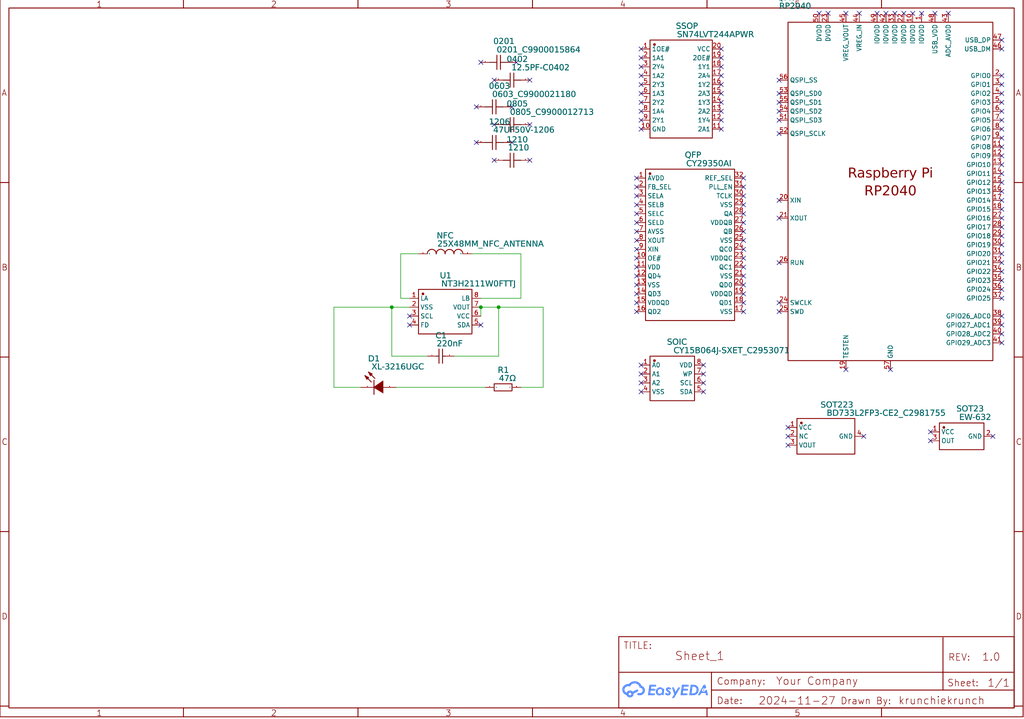
<source format=kicad_sch>
(kicad_sch (version 20250114) (generator "eeschema") (generator_version "9.0")
  (paper "User" 292.1 205.105)
  (lib_symbols
    (symbol "0201_C9900015864"
      (property "Reference" "0201" (at -1.4986 6.8453 0))
      (property "Value" "0201_C9900015864" (at -1.4986 4.4831 0))
      (symbol "0201_C9900015864_0_0"
        (pin unspecified line (at -5.08 0 0) (length 2.54) (name "1") (number "1"))
        (pin unspecified line (at 5.08 0 180) (length 2.54) (name "2") (number "2"))
      )
    )
    (symbol "0603_C9900021180"
      (property "Reference" "0603" (at -1.4986 6.7691 0))
      (property "Value" "0603_C9900021180" (at -1.4986 4.4831 0))
      (symbol "0603_C9900021180_0_0"
        (pin unspecified line (at -5.08 0 0) (length 2.54) (name "1") (number "1"))
        (pin unspecified line (at 5.08 0 180) (length 2.54) (name "2") (number "2"))
      )
    )
    (symbol "0805_C9900012713"
      (property "Reference" "0805" (at -1.4986 6.7945 0))
      (property "Value" "0805_C9900012713" (at -1.4986 4.4831 0))
      (symbol "0805_C9900012713_0_0"
        (pin unspecified line (at -5.08 0 0) (length 2.54) (name "2") (number "2"))
        (pin unspecified line (at 5.08 0 180) (length 2.54) (name "1") (number "1"))
      )
    )
    (symbol "12.5PF-C0402"
      (property "Reference" "0402" (at -1.4986 6.7945 0))
      (property "Value" "12.5PF-C0402" (at -1.4986 4.4831 0))
      (symbol "12.5PF-C0402_0_0"
        (pin unspecified line (at -5.08 0 0) (length 2.54) (name "2") (number "2"))
        (pin unspecified line (at 5.08 0 180) (length 2.54) (name "1") (number "1"))
      )
    )
    (symbol "1210"
      (property "Reference" "1210" (at -1.4986 6.7183 0))
      (property "Value" "1210" (at -1.4986 4.4831 0))
      (symbol "1210_0_0"
        (pin unspecified line (at -5.08 0 0) (length 2.54) (name "1") (number "1"))
        (pin unspecified line (at 5.08 0 180) (length 2.54) (name "2") (number "2"))
      )
    )
    (symbol "25X48MM_NFC_ANTENNA"
      (property "Reference" "NFC" (at -2.413 5.4991 0))
      (property "Value" "25X48MM_NFC_ANTENNA" (at -2.413 3.2131 0))
      (symbol "25X48MM_NFC_ANTENNA_0_0"
        (pin bidirectional line (at -7.62 -0.508 0) (length 2.4892) (name "P$1") (number "P$1"))
        (pin bidirectional line (at 7.62 -0.508 180) (length 2.4892) (name "P$2") (number "P$2"))
      )
    )
    (symbol "47UF50V-1206"
      (property "Reference" "1206" (at -1.4986 6.7183 0))
      (property "Value" "47UF50V-1206" (at -1.4986 4.4831 0))
      (symbol "47UF50V-1206_0_0"
        (pin unspecified line (at -5.08 0 0) (length 2.54) (name "1") (number "1"))
        (pin unspecified line (at 5.08 0 180) (length 2.54) (name "2") (number "2"))
      )
    )
    (symbol "BD733L2FP3-CE2_C2981755"
      (property "Reference" "SOT223" (at -2.1336 9.8171 0))
      (property "Value" "BD733L2FP3-CE2_C2981755" (at -2.1336 7.5311 0))
      (symbol "BD733L2FP3-CE2_C2981755_0_0"
        (pin unspecified line (at -11.43 2.54 0) (length 2.54) (name "VCC") (number "1"))
        (pin unspecified line (at -11.43 0 0) (length 2.54) (name "NC") (number "2"))
        (pin unspecified line (at -11.43 -2.54 0) (length 2.54) (name "VOUT") (number "3"))
        (pin unspecified line (at 10.16 0 180) (length 2.54) (name "GND") (number "4"))
      )
    )
    (symbol "CC1206KKX7R9BB224"
      (property "Reference" "C1" (at -1.4986 6.7183 0))
      (property "Value" "220nF" (at -1.4986 4.4831 0))
      (symbol "CC1206KKX7R9BB224_0_0"
        (pin input line (at -3.81 0 0) (length 2.54) (name "1") (number "1"))
        (pin input line (at 3.81 0 180) (length 2.54) (name "2") (number "2"))
      )
    )
    (symbol "CY15B064J-SXET_C2953071"
      (property "Reference" "SOIC" (at -1.4986 11.2395 0))
      (property "Value" "CY15B064J-SXET_C2953071" (at -1.4986 8.8773 0))
      (symbol "CY15B064J-SXET_C2953071_0_0"
        (pin unspecified line (at -8.89 3.81 0) (length 2.54) (name "A0") (number "1"))
        (pin unspecified line (at -8.89 1.27 0) (length 2.54) (name "A1") (number "2"))
        (pin unspecified line (at -8.89 -1.27 0) (length 2.54) (name "A2") (number "3"))
        (pin unspecified line (at -8.89 -3.81 0) (length 2.54) (name "VSS") (number "4"))
        (pin unspecified line (at 8.89 3.81 180) (length 2.54) (name "VDD") (number "8"))
        (pin unspecified line (at 8.89 1.27 180) (length 2.54) (name "WP") (number "7"))
        (pin unspecified line (at 8.89 -1.27 180) (length 2.54) (name "SCL") (number "6"))
        (pin unspecified line (at 8.89 -3.81 180) (length 2.54) (name "SDA") (number "5"))
      )
    )
    (symbol "CY29350AI"
      (property "Reference" "QFP" (at -1.4986 26.4795 0))
      (property "Value" "CY29350AI" (at -1.4986 24.1173 0))
      (symbol "CY29350AI_0_0"
        (pin unspecified line (at -15.24 19.05 0) (length 2.54) (name "AVDD") (number "1"))
        (pin unspecified line (at -15.24 16.51 0) (length 2.54) (name "FB_SEL") (number "2"))
        (pin unspecified line (at -15.24 13.97 0) (length 2.54) (name "SELA") (number "3"))
        (pin unspecified line (at -15.24 11.43 0) (length 2.54) (name "SELB") (number "4"))
        (pin unspecified line (at -15.24 8.89 0) (length 2.54) (name "SELC") (number "5"))
        (pin unspecified line (at -15.24 6.35 0) (length 2.54) (name "SELD") (number "6"))
        (pin unspecified line (at -15.24 3.81 0) (length 2.54) (name "AVSS") (number "7"))
        (pin unspecified line (at -15.24 1.27 0) (length 2.54) (name "XOUT") (number "8"))
        (pin unspecified line (at -15.24 -1.27 0) (length 2.54) (name "XIN") (number "9"))
        (pin unspecified line (at -15.24 -3.81 0) (length 2.54) (name "OE#") (number "10"))
        (pin unspecified line (at -15.24 -6.35 0) (length 2.54) (name "VDD") (number "11"))
        (pin unspecified line (at -15.24 -8.89 0) (length 2.54) (name "QD4") (number "12"))
        (pin unspecified line (at -15.24 -11.43 0) (length 2.54) (name "VSS") (number "13"))
        (pin unspecified line (at -15.24 -13.97 0) (length 2.54) (name "QD3") (number "14"))
        (pin unspecified line (at -15.24 -16.51 0) (length 2.54) (name "VDDQD") (number "15"))
        (pin unspecified line (at -15.24 -19.05 0) (length 2.54) (name "QD2") (number "16"))
        (pin unspecified line (at 15.24 19.05 180) (length 2.54) (name "REF_SEL") (number "32"))
        (pin unspecified line (at 15.24 16.51 180) (length 2.54) (name "PLL_EN") (number "31"))
        (pin unspecified line (at 15.24 13.97 180) (length 2.54) (name "TCLK") (number "30"))
        (pin unspecified line (at 15.24 11.43 180) (length 2.54) (name "VSS") (number "29"))
        (pin unspecified line (at 15.24 8.89 180) (length 2.54) (name "QA") (number "28"))
        (pin unspecified line (at 15.24 6.35 180) (length 2.54) (name "VDDQB") (number "27"))
        (pin unspecified line (at 15.24 3.81 180) (length 2.54) (name "QB") (number "26"))
        (pin unspecified line (at 15.24 1.27 180) (length 2.54) (name "VSS") (number "25"))
        (pin unspecified line (at 15.24 -1.27 180) (length 2.54) (name "QC0") (number "24"))
        (pin unspecified line (at 15.24 -3.81 180) (length 2.54) (name "VDDQC") (number "23"))
        (pin unspecified line (at 15.24 -6.35 180) (length 2.54) (name "QC1") (number "22"))
        (pin unspecified line (at 15.24 -8.89 180) (length 2.54) (name "VSS") (number "21"))
        (pin unspecified line (at 15.24 -11.43 180) (length 2.54) (name "QD0") (number "20"))
        (pin unspecified line (at 15.24 -13.97 180) (length 2.54) (name "VDDQD") (number "19"))
        (pin unspecified line (at 15.24 -16.51 180) (length 2.54) (name "QD1") (number "18"))
        (pin unspecified line (at 15.24 -19.05 180) (length 2.54) (name "VSS") (number "17"))
      )
    )
    (symbol "EW-632"
      (property "Reference" "SOT23" (at -1.4986 8.6995 0))
      (property "Value" "EW-632" (at -1.4986 6.3373 0))
      (symbol "EW-632_0_0"
        (pin unspecified line (at -8.89 1.27 0) (length 2.54) (name "VCC") (number "1"))
        (pin unspecified line (at -8.89 -1.27 0) (length 2.54) (name "OUT") (number "3"))
        (pin unspecified line (at 8.89 0 180) (length 2.54) (name "GND") (number "2"))
      )
    )
    (symbol "NT3H2111W0FTTJ"
      (property "Reference" "U1" (at -1.4986 11.1125 0))
      (property "Value" "NT3H2111W0FTTJ" (at -1.4986 8.8519 0))
      (symbol "NT3H2111W0FTTJ_0_0"
        (pin unspecified line (at -10.16 3.81 0) (length 2.54) (name "LA") (number "1"))
        (pin unspecified line (at -10.16 1.27 0) (length 2.54) (name "VSS") (number "2"))
        (pin unspecified line (at -10.16 -1.27 0) (length 2.54) (name "SCL") (number "3"))
        (pin unspecified line (at -10.16 -3.81 0) (length 2.54) (name "FD") (number "4"))
        (pin unspecified line (at 10.16 3.81 180) (length 2.54) (name "LB") (number "8"))
        (pin unspecified line (at 10.16 1.27 180) (length 2.54) (name "VOUT") (number "7"))
        (pin unspecified line (at 10.16 -1.27 180) (length 2.54) (name "VCC") (number "6"))
        (pin unspecified line (at 10.16 -3.81 180) (length 2.54) (name "SDA") (number "5"))
      )
    )
    (symbol "RP2040"
      (property "Reference" "QFN" (at -32.258 58.6613 0))
      (property "Value" "RP2040" (at -32.258 56.2991 0))
      (symbol "RP2040_0_0"
        (text "Raspberry Pi" (at 0 9.2849 0) (effects (font (size 2.7749 2.7749)) (justify top)))
        (text "RP2040" (at 0 4.2049 0) (effects (font (size 2.7749 2.7749)) (justify top)))
        (pin bidirectional line (at -31.75 34.29 0) (length 2.54) (name "QSPI_SS") (number "56"))
        (pin bidirectional line (at -31.75 30.48 0) (length 2.54) (name "QSPI_SD0") (number "53"))
        (pin bidirectional line (at -31.75 27.94 0) (length 2.54) (name "QSPI_SD1") (number "55"))
        (pin bidirectional line (at -31.75 25.4 0) (length 2.54) (name "QSPI_SD2") (number "54"))
        (pin bidirectional line (at -31.75 22.86 0) (length 2.54) (name "QSPI_SD3") (number "51"))
        (pin output line (at -31.75 19.05 0) (length 2.54) (name "QSPI_SCLK") (number "52"))
        (pin input line (at -31.75 0 0) (length 2.54) (name "XIN") (number "20"))
        (pin unspecified line (at -31.75 -5.08 0) (length 2.54) (name "XOUT") (number "21"))
        (pin input line (at -31.75 -17.78 0) (length 2.54) (name "RUN") (number "26"))
        (pin output line (at -31.75 -29.21 0) (length 2.54) (name "SWCLK") (number "24"))
        (pin bidirectional line (at -31.75 -31.75 0) (length 2.54) (name "SWD") (number "25"))
        (pin bidirectional line (at -20.32 53.34 270) (length 2.54) (name "DVDD") (number "50"))
        (pin bidirectional line (at -17.78 53.34 270) (length 2.54) (name "DVDD") (number "23"))
        (pin bidirectional line (at -12.7 53.34 270) (length 2.54) (name "VREG_VOUT") (number "45"))
        (pin unspecified line (at -12.7 -48.26 90) (length 2.54) (name "TESTEN") (number "19"))
        (pin bidirectional line (at -8.89 53.34 270) (length 2.54) (name "VREG_IN") (number "44"))
        (pin bidirectional line (at -3.81 53.34 270) (length 2.54) (name "IOVDD") (number "49"))
        (pin bidirectional line (at -1.27 53.34 270) (length 2.54) (name "IOVDD") (number "42"))
        (pin bidirectional line (at 0 -48.26 90) (length 2.54) (name "GND") (number "57"))
        (pin bidirectional line (at 1.27 53.34 270) (length 2.54) (name "IOVDD") (number "33"))
        (pin bidirectional line (at 3.81 53.34 270) (length 2.54) (name "IOVDD") (number "22"))
        (pin bidirectional line (at 6.35 53.34 270) (length 2.54) (name "IOVDD") (number "10"))
        (pin bidirectional line (at 8.89 53.34 270) (length 2.54) (name "IOVDD") (number "1"))
        (pin bidirectional line (at 12.7 53.34 270) (length 2.54) (name "USB_VDD") (number "48"))
        (pin bidirectional line (at 16.51 53.34 270) (length 2.54) (name "ADC_AVDD") (number "43"))
        (pin bidirectional line (at 31.75 45.72 180) (length 2.54) (name "USB_DP") (number "47"))
        (pin bidirectional line (at 31.75 43.18 180) (length 2.54) (name "USB_DM") (number "46"))
        (pin bidirectional line (at 31.75 35.56 180) (length 2.54) (name "GPIO0") (number "2"))
        (pin bidirectional line (at 31.75 33.02 180) (length 2.54) (name "GPIO1") (number "3"))
        (pin bidirectional line (at 31.75 30.48 180) (length 2.54) (name "GPIO2") (number "4"))
        (pin bidirectional line (at 31.75 27.94 180) (length 2.54) (name "GPIO3") (number "5"))
        (pin bidirectional line (at 31.75 25.4 180) (length 2.54) (name "GPIO4") (number "6"))
        (pin bidirectional line (at 31.75 22.86 180) (length 2.54) (name "GPIO5") (number "7"))
        (pin bidirectional line (at 31.75 20.32 180) (length 2.54) (name "GPIO6") (number "8"))
        (pin bidirectional line (at 31.75 17.78 180) (length 2.54) (name "GPIO7") (number "9"))
        (pin bidirectional line (at 31.75 15.24 180) (length 2.54) (name "GPIO8") (number "11"))
        (pin bidirectional line (at 31.75 12.7 180) (length 2.54) (name "GPIO9") (number "12"))
        (pin bidirectional line (at 31.75 10.16 180) (length 2.54) (name "GPIO10") (number "13"))
        (pin bidirectional line (at 31.75 7.62 180) (length 2.54) (name "GPIO11") (number "14"))
        (pin bidirectional line (at 31.75 5.08 180) (length 2.54) (name "GPIO12") (number "15"))
        (pin bidirectional line (at 31.75 2.54 180) (length 2.54) (name "GPIO13") (number "16"))
        (pin bidirectional line (at 31.75 0 180) (length 2.54) (name "GPIO14") (number "17"))
        (pin bidirectional line (at 31.75 -2.54 180) (length 2.54) (name "GPIO15") (number "18"))
        (pin bidirectional line (at 31.75 -5.08 180) (length 2.54) (name "GPIO16") (number "27"))
        (pin bidirectional line (at 31.75 -7.62 180) (length 2.54) (name "GPIO17") (number "28"))
        (pin bidirectional line (at 31.75 -10.16 180) (length 2.54) (name "GPIO18") (number "29"))
        (pin bidirectional line (at 31.75 -12.7 180) (length 2.54) (name "GPIO19") (number "30"))
        (pin bidirectional line (at 31.75 -15.24 180) (length 2.54) (name "GPIO20") (number "31"))
        (pin bidirectional line (at 31.75 -17.78 180) (length 2.54) (name "GPIO21") (number "32"))
        (pin bidirectional line (at 31.75 -20.32 180) (length 2.54) (name "GPIO22") (number "34"))
        (pin bidirectional line (at 31.75 -22.86 180) (length 2.54) (name "GPIO23") (number "35"))
        (pin bidirectional line (at 31.75 -25.4 180) (length 2.54) (name "GPIO24") (number "36"))
        (pin bidirectional line (at 31.75 -27.94 180) (length 2.54) (name "GPIO25") (number "37"))
        (pin bidirectional line (at 31.75 -33.02 180) (length 2.54) (name "GPIO26_ADC0") (number "38"))
        (pin bidirectional line (at 31.75 -35.56 180) (length 2.54) (name "GPIO27_ADC1") (number "39"))
        (pin bidirectional line (at 31.75 -38.1 180) (length 2.54) (name "GPIO28_ADC2") (number "40"))
        (pin bidirectional line (at 31.75 -40.64 180) (length 2.54) (name "GPIO29_ADC3") (number "41"))
      )
    )
    (symbol "RS-06K470JT"
      (property "Reference" "R1" (at -1.4986 5.7531 0))
      (property "Value" "47Ω" (at -1.4986 3.4671 0))
      (symbol "RS-06K470JT_0_0"
        (pin input line (at -5.08 0 0) (length 2.54) (name "1") (number "1"))
        (pin input line (at 5.08 0 180) (length 2.54) (name "2") (number "2"))
      )
    )
    (symbol "SN74LVT244APWR"
      (property "Reference" "SSOP" (at -1.4986 18.8087 0))
      (property "Value" "SN74LVT244APWR" (at -1.4986 16.4719 0))
      (symbol "SN74LVT244APWR_0_0"
        (pin unspecified line (at -11.43 11.43 0) (length 2.54) (name "1OE#") (number "1"))
        (pin unspecified line (at -11.43 8.89 0) (length 2.54) (name "1A1") (number "2"))
        (pin unspecified line (at -11.43 6.35 0) (length 2.54) (name "2Y4") (number "3"))
        (pin unspecified line (at -11.43 3.81 0) (length 2.54) (name "1A2") (number "4"))
        (pin unspecified line (at -11.43 1.27 0) (length 2.54) (name "2Y3") (number "5"))
        (pin unspecified line (at -11.43 -1.27 0) (length 2.54) (name "1A3") (number "6"))
        (pin unspecified line (at -11.43 -3.81 0) (length 2.54) (name "2Y2") (number "7"))
        (pin unspecified line (at -11.43 -6.35 0) (length 2.54) (name "1A4") (number "8"))
        (pin unspecified line (at -11.43 -8.89 0) (length 2.54) (name "2Y1") (number "9"))
        (pin unspecified line (at -11.43 -11.43 0) (length 2.54) (name "GND") (number "10"))
        (pin unspecified line (at 11.43 11.43 180) (length 2.54) (name "VCC") (number "20"))
        (pin unspecified line (at 11.43 8.89 180) (length 2.54) (name "2OE#") (number "19"))
        (pin unspecified line (at 11.43 6.35 180) (length 2.54) (name "1Y1") (number "18"))
        (pin unspecified line (at 11.43 3.81 180) (length 2.54) (name "2A4") (number "17"))
        (pin unspecified line (at 11.43 1.27 180) (length 2.54) (name "1Y2") (number "16"))
        (pin unspecified line (at 11.43 -1.27 180) (length 2.54) (name "2A3") (number "15"))
        (pin unspecified line (at 11.43 -3.81 180) (length 2.54) (name "1Y3") (number "14"))
        (pin unspecified line (at 11.43 -6.35 180) (length 2.54) (name "2A2") (number "13"))
        (pin unspecified line (at 11.43 -8.89 180) (length 2.54) (name "1Y4") (number "12"))
        (pin unspecified line (at 11.43 -11.43 180) (length 2.54) (name "2A1") (number "11"))
      )
    )
    (symbol "Unknown_0_-806"
      (symbol "Unknown_0_-806_0_0"
        (text "A" (at 0.381 -25.7429 0) (effects (font (size 1.6891 1.6891)) (justify left top)))
        (text "B" (at 0.381 -75.5269 0) (effects (font (size 1.6891 1.6891)) (justify left top)))
        (text "C" (at 0.381 -125.3109 0) (effects (font (size 1.6891 1.6891)) (justify left top)))
        (text "D" (at 0.381 -175.0949 0) (effects (font (size 1.6891 1.6891)) (justify left top)))
        (text "1" (at 27.432 -0.4699 0) (effects (font (size 1.6891 1.6891)) (justify left top)))
        (text "1" (at 27.432 -202.6539 0) (effects (font (size 1.6891 1.6891)) (justify left top)))
        (text "2" (at 77.216 -0.4699 0) (effects (font (size 1.6891 1.6891)) (justify left top)))
        (text "2" (at 77.216 -202.6539 0) (effects (font (size 1.6891 1.6891)) (justify left top)))
        (text "3" (at 127 -0.4699 0) (effects (font (size 1.6891 1.6891)) (justify left top)))
        (text "3" (at 127 -202.6539 0) (effects (font (size 1.6891 1.6891)) (justify left top)))
        (text "4" (at 176.784 -0.4699 0) (effects (font (size 1.6891 1.6891)) (justify left top)))
        (text "4" (at 176.784 -202.6539 0) (effects (font (size 1.6891 1.6891)) (justify left top)))
        (text "TITLE:" (at 177.7746 -183.2356 0) (effects (font (size 1.9304 1.9304)) (justify left top)))
        (text "Sheet_1" (at 192.4304 -185.928 0) (effects (font (size 2.413 2.413)) (justify left top)))
        (text "Company:" (at 204.3684 -193.4464 0) (effects (font (size 1.9304 1.9304)) (justify left top)))
        (text "Date:" (at 204.3684 -198.9836 0) (effects (font (size 1.9304 1.9304)) (justify left top)))
        (text "2024-11-27" (at 216.3064 -198.8439 0) (effects (font (size 2.1717 2.1717)) (justify left top)))
        (text "Your Company" (at 221.2848 -193.2305 0) (effects (font (size 2.1717 2.1717)) (justify left top)))
        (text "5" (at 226.568 -0.4699 0) (effects (font (size 1.6891 1.6891)) (justify left top)))
        (text "5" (at 226.568 -202.6539 0) (effects (font (size 1.6891 1.6891)) (justify left top)))
        (text "Drawn By:" (at 239.6744 -199.0344 0) (effects (font (size 1.9304 1.9304)) (justify left top)))
        (text "krunchiekrunch" (at 256.1844 -198.7931 0) (effects (font (size 2.1717 2.1717)) (justify left top)))
        (text "Sheet:" (at 270.1544 -193.9036 0) (effects (font (size 1.9304 1.9304)) (justify left top)))
        (text "REV:" (at 270.4084 -186.5884 0) (effects (font (size 1.9304 1.9304)) (justify left top)))
        (text "1.0" (at 280.0604 -186.3471 0) (effects (font (size 2.1717 2.1717)) (justify left top)))
        (text "1/1" (at 281.5844 -193.7639 0) (effects (font (size 2.1717 2.1717)) (justify left top)))
        (text "A" (at 289.687 -25.7429 0) (effects (font (size 1.6891 1.6891)) (justify left top)))
        (text "B" (at 289.687 -75.5269 0) (effects (font (size 1.6891 1.6891)) (justify left top)))
        (text "C" (at 289.687 -125.3109 0) (effects (font (size 1.6891 1.6891)) (justify left top)))
        (text "D" (at 289.687 -175.0949 0) (effects (font (size 1.6891 1.6891)) (justify left top)))
      )
    )
    (symbol "XL-3216UGC"
      (property "Reference" "D1" (at -2.9464 9.0043 0))
      (property "Value" "XL-3216UGC" (at -2.9464 6.7691 0))
      (symbol "XL-3216UGC_0_0"
        (pin unspecified line (at -5.08 0 0) (length 3.81) (name "K") (number "2"))
        (pin unspecified line (at 5.08 0 180) (length 3.81) (name "A") (number "1"))
      )
    )
  )
  (junction (at 142.24 87.63))
  (junction (at 111.76 87.63))
  (junction (at 137.16 87.63))
  (no_connect (at 285.75 90.17))
  (no_connect (at 182.88 24.13))
  (no_connect (at 182.88 26.67))
  (no_connect (at 200.66 106.68))
  (no_connect (at 140.97 35.56))
  (no_connect (at 224.79 124.46))
  (no_connect (at 205.74 24.13))
  (no_connect (at 254 105.41))
  (no_connect (at 182.88 16.51))
  (no_connect (at 285.75 34.29))
  (no_connect (at 285.75 97.79))
  (no_connect (at 151.13 22.86))
  (no_connect (at 266.7 3.81))
  (no_connect (at 181.61 68.58))
  (no_connect (at 285.75 80.01))
  (no_connect (at 181.61 58.42))
  (no_connect (at 181.61 63.5))
  (no_connect (at 137.16 17.78))
  (no_connect (at 181.61 88.9))
  (no_connect (at 222.25 88.9))
  (no_connect (at 182.88 29.21))
  (no_connect (at 285.75 13.97))
  (no_connect (at 181.61 81.28))
  (no_connect (at 212.09 86.36))
  (no_connect (at 285.75 92.71))
  (no_connect (at 205.74 21.59))
  (no_connect (at 181.61 73.66))
  (no_connect (at 285.75 72.39))
  (no_connect (at 285.75 11.43))
  (no_connect (at 181.61 50.8))
  (no_connect (at 285.75 54.61))
  (no_connect (at 181.61 83.82))
  (no_connect (at 222.25 57.15))
  (no_connect (at 285.75 57.15))
  (no_connect (at 146.05 40.64))
  (no_connect (at 116.84 92.71))
  (no_connect (at 250.19 3.81))
  (no_connect (at 222.25 26.67))
  (no_connect (at 285.75 67.31))
  (no_connect (at 222.25 74.93))
  (no_connect (at 212.09 50.8))
  (no_connect (at 260.35 3.81))
  (no_connect (at 200.66 109.22))
  (no_connect (at 285.75 21.59))
  (no_connect (at 285.75 31.75))
  (no_connect (at 181.61 71.12))
  (no_connect (at 222.25 29.21))
  (no_connect (at 212.09 73.66))
  (no_connect (at 212.09 71.12))
  (no_connect (at 222.25 86.36))
  (no_connect (at 182.88 19.05))
  (no_connect (at 285.75 74.93))
  (no_connect (at 212.09 55.88))
  (no_connect (at 212.09 58.42))
  (no_connect (at 212.09 63.5))
  (no_connect (at 181.61 86.36))
  (no_connect (at 182.88 31.75))
  (no_connect (at 135.89 40.64))
  (no_connect (at 205.74 36.83))
  (no_connect (at 151.13 45.72))
  (no_connect (at 182.88 106.68))
  (no_connect (at 283.21 124.46))
  (no_connect (at 246.38 124.46))
  (no_connect (at 212.09 88.9))
  (no_connect (at 222.25 34.29))
  (no_connect (at 147.32 17.78))
  (no_connect (at 146.05 30.48))
  (no_connect (at 285.75 95.25))
  (no_connect (at 182.88 36.83))
  (no_connect (at 181.61 53.34))
  (no_connect (at 212.09 53.34))
  (no_connect (at 245.11 3.81))
  (no_connect (at 205.74 29.21))
  (no_connect (at 285.75 52.07))
  (no_connect (at 182.88 21.59))
  (no_connect (at 182.88 104.14))
  (no_connect (at 285.75 24.13))
  (no_connect (at 255.27 3.81))
  (no_connect (at 212.09 66.04))
  (no_connect (at 285.75 44.45))
  (no_connect (at 140.97 22.86))
  (no_connect (at 205.74 31.75))
  (no_connect (at 212.09 78.74))
  (no_connect (at 205.74 13.97))
  (no_connect (at 181.61 55.88))
  (no_connect (at 212.09 81.28))
  (no_connect (at 205.74 19.05))
  (no_connect (at 182.88 13.97))
  (no_connect (at 200.66 104.14))
  (no_connect (at 222.25 62.23))
  (no_connect (at 285.75 49.53))
  (no_connect (at 222.25 22.86))
  (no_connect (at 181.61 78.74))
  (no_connect (at 140.97 45.72))
  (no_connect (at 236.22 3.81))
  (no_connect (at 181.61 66.04))
  (no_connect (at 270.51 3.81))
  (no_connect (at 205.74 16.51))
  (no_connect (at 224.79 121.92))
  (no_connect (at 285.75 41.91))
  (no_connect (at 285.75 69.85))
  (no_connect (at 265.43 125.73))
  (no_connect (at 212.09 60.96))
  (no_connect (at 285.75 62.23))
  (no_connect (at 205.74 26.67))
  (no_connect (at 135.89 30.48))
  (no_connect (at 257.81 3.81))
  (no_connect (at 285.75 26.67))
  (no_connect (at 285.75 29.21))
  (no_connect (at 285.75 59.69))
  (no_connect (at 224.79 127))
  (no_connect (at 233.68 3.81))
  (no_connect (at 212.09 83.82))
  (no_connect (at 181.61 76.2))
  (no_connect (at 205.74 34.29))
  (no_connect (at 285.75 64.77))
  (no_connect (at 137.16 92.71))
  (no_connect (at 222.25 31.75))
  (no_connect (at 285.75 46.99))
  (no_connect (at 285.75 39.37))
  (no_connect (at 241.3 3.81))
  (no_connect (at 262.89 3.81))
  (no_connect (at 285.75 36.83))
  (no_connect (at 151.13 35.56))
  (no_connect (at 285.75 82.55))
  (no_connect (at 252.73 3.81))
  (no_connect (at 222.25 38.1))
  (no_connect (at 182.88 111.76))
  (no_connect (at 182.88 109.22))
  (no_connect (at 116.84 90.17))
  (no_connect (at 212.09 68.58))
  (no_connect (at 241.3 105.41))
  (no_connect (at 182.88 34.29))
  (no_connect (at 285.75 85.09))
  (no_connect (at 181.61 60.96))
  (no_connect (at 285.75 77.47))
  (no_connect (at 212.09 76.2))
  (no_connect (at 265.43 123.19))
  (no_connect (at 200.66 111.76))
  (wire (pts (xy 142.24 101.6) (xy 142.24 87.63)))
  (wire (pts (xy 154.94 110.49) (xy 154.94 87.63)))
  (wire (pts (xy 113.03 110.49) (xy 138.43 110.49)))
  (wire (pts (xy 142.24 87.63) (xy 137.16 87.63)))
  (wire (pts (xy 148.59 110.49) (xy 154.94 110.49)))
  (wire (pts (xy 154.94 87.63) (xy 142.24 87.63)))
  (wire (pts (xy 95.25 87.63) (xy 95.25 110.49)))
  (wire (pts (xy 129.54 101.6) (xy 142.24 101.6)))
  (wire (pts (xy 134.62 72.39) (xy 148.59 72.39)))
  (wire (pts (xy 114.3 72.39) (xy 119.38 72.39)))
  (wire (pts (xy 111.76 101.6) (xy 111.76 87.63)))
  (wire (pts (xy 148.59 85.09) (xy 137.16 85.09)))
  (wire (pts (xy 137.16 87.63) (xy 137.16 90.17)))
  (wire (pts (xy 121.92 101.6) (xy 111.76 101.6)))
  (wire (pts (xy 95.25 110.49) (xy 102.87 110.49)))
  (wire (pts (xy 114.3 85.09) (xy 114.3 72.39)))
  (wire (pts (xy 116.84 87.63) (xy 111.76 87.63)))
  (wire (pts (xy 148.59 72.39) (xy 148.59 85.09)))
  (wire (pts (xy 111.76 87.63) (xy 95.25 87.63)))
  (wire (pts (xy 116.84 85.09) (xy 114.3 85.09)))
  (symbol (lib_id "CC1206KKX7R9BB224") (at 125.73 101.6 0) (unit 0)
    (property "Reference" "C1" (at 124.2314 94.8817 0) (effects (font (size 1.6891 1.6891)) (justify left top)))
    (property "Value" "220nF" (at 124.2314 97.1169 0) (effects (font (size 1.6891 1.6891)) (justify left top)))
    (property "Manufacturer Part" "CC1206KKX7R9BB224" (effects (hide yes)))
    (property "Manufacturer" "YAGEO(国巨)" (effects (hide yes)))
    (property "Supplier Part" "C107186" (effects (hide yes)))
    (property "Supplier" "LCSC" (effects (hide yes)))
  )
  (symbol (lib_id "RS-06K470JT") (at 143.51 110.49 0) (unit 0)
    (property "Reference" "R1" (at 142.0114 104.7369 0) (effects (font (size 1.6891 1.6891)) (justify left top)))
    (property "Value" "47Ω" (at 142.0114 107.0229 0) (effects (font (size 1.6891 1.6891)) (justify left top)))
    (property "Manufacturer Part" "RS-06K470JT" (effects (hide yes)))
    (property "Manufacturer" "FH(风华)" (effects (hide yes)))
    (property "Supplier Part" "C140015" (effects (hide yes)))
    (property "Supplier" "LCSC" (effects (hide yes)))
  )
  (symbol (lib_id "0805_C9900012713") (at 146.05 35.56 0) (unit 0)
    (property "Reference" "0805" (at 144.5514 28.7655 0) (effects (font (size 1.6891 1.6891)) (justify left top)))
    (property "Value" "0805_C9900012713" (at 144.5514 31.0769 0) (effects (font (size 1.6891 1.6891)) (justify left top)))
    (property "Manufacturer Part" "0805" (effects (hide yes)))
    (property "Manufacturer" "null" (effects (hide yes)))
    (property "Supplier Part" "C9900012713" (effects (hide yes)))
    (property "Supplier" "LCSC" (effects (hide yes)))
  )
  (symbol (lib_id "1210") (at 146.05 45.72 0) (unit 0)
    (property "Reference" "1210" (at 144.5514 39.0017 0) (effects (font (size 1.6891 1.6891)) (justify left top)))
    (property "Value" "1210" (at 144.5514 41.2369 0) (effects (font (size 1.6891 1.6891)) (justify left top)))
    (property "Manufacturer Part" "1210" (effects (hide yes)))
    (property "Manufacturer" "null" (effects (hide yes)))
    (property "Supplier Part" "C9900018278" (effects (hide yes)))
    (property "Supplier" "LCSC" (effects (hide yes)))
  )
  (symbol (lib_id "SN74LVT244APWR") (at 194.31 25.4 0) (unit 0)
    (property "Reference" "SSOP" (at 192.8114 6.5913 0) (effects (font (size 1.6891 1.6891)) (justify left top)))
    (property "Value" "SN74LVT244APWR" (at 192.8114 8.9281 0) (effects (font (size 1.6891 1.6891)) (justify left top)))
    (property "Manufacturer Part" "SN74LVT244APWR" (effects (hide yes)))
    (property "Manufacturer" "TI(德州仪器)" (effects (hide yes)))
    (property "Supplier Part" "C3755078" (effects (hide yes)))
    (property "Supplier" "LCSC" (effects (hide yes)))
  )
  (symbol (lib_id "25X48MM_NFC_ANTENNA") (at 127 71.882 0) (unit 0)
    (property "Reference" "NFC" (at 124.587 66.3829 0) (effects (font (size 1.6891 1.6891)) (justify left top)))
    (property "Value" "25X48MM_NFC_ANTENNA" (at 124.587 68.6689 0) (effects (font (size 1.6891 1.6891)) (justify left top)))
  )
  (symbol (lib_id "0603_C9900021180") (at 140.97 30.48 0) (unit 0)
    (property "Reference" "0603" (at 139.4714 23.7109 0) (effects (font (size 1.6891 1.6891)) (justify left top)))
    (property "Value" "0603_C9900021180" (at 139.4714 25.9969 0) (effects (font (size 1.6891 1.6891)) (justify left top)))
    (property "Manufacturer Part" "0603" (effects (hide yes)))
    (property "Manufacturer" "null" (effects (hide yes)))
    (property "Supplier Part" "C9900021180" (effects (hide yes)))
    (property "Supplier" "LCSC" (effects (hide yes)))
  )
  (symbol (lib_id "XL-3216UGC") (at 107.95 110.49 0) (unit 0)
    (property "Reference" "D1" (at 105.0036 101.4857 0) (effects (font (size 1.6891 1.6891)) (justify left top)))
    (property "Value" "XL-3216UGC" (at 105.0036 103.7209 0) (effects (font (size 1.6891 1.6891)) (justify left top)))
    (property "Manufacturer Part" "XL-3216UGC" (effects (hide yes)))
    (property "Manufacturer" "XINGLIGHT(成兴光)" (effects (hide yes)))
    (property "Supplier Part" "C965825" (effects (hide yes)))
    (property "Supplier" "LCSC" (effects (hide yes)))
  )
  (symbol (lib_id "BD733L2FP3-CE2_C2981755") (at 236.22 124.46 0) (unit 0)
    (property "Reference" "SOT223" (at 234.0864 114.6429 0) (effects (font (size 1.6891 1.6891)) (justify left top)))
    (property "Value" "BD733L2FP3-CE2_C2981755" (at 234.0864 116.9289 0) (effects (font (size 1.6891 1.6891)) (justify left top)))
    (property "Manufacturer Part" "BD733L2FP3-CE2" (effects (hide yes)))
    (property "Manufacturer" "ROHM(罗姆)" (effects (hide yes)))
    (property "Supplier Part" "C2981755" (effects (hide yes)))
    (property "Supplier" "LCSC" (effects (hide yes)))
  )
  (symbol (lib_id "CY15B064J-SXET_C2953071") (at 191.77 107.95 0) (unit 0)
    (property "Reference" "SOIC" (at 190.2714 96.7105 0) (effects (font (size 1.6891 1.6891)) (justify left top)))
    (property "Value" "CY15B064J-SXET_C2953071" (at 190.2714 99.0727 0) (effects (font (size 1.6891 1.6891)) (justify left top)))
    (property "Manufacturer Part" "CY15B064J-SXET" (effects (hide yes)))
    (property "Manufacturer" "CYPRESS(赛普拉斯)" (effects (hide yes)))
    (property "Supplier Part" "C2953071" (effects (hide yes)))
    (property "Supplier" "LCSC" (effects (hide yes)))
  )
  (symbol (lib_id "CY29350AI") (at 196.85 69.85 0) (unit 0)
    (property "Reference" "QFP" (at 195.3514 43.3705 0) (effects (font (size 1.6891 1.6891)) (justify left top)))
    (property "Value" "CY29350AI" (at 195.3514 45.7327 0) (effects (font (size 1.6891 1.6891)) (justify left top)))
    (property "Manufacturer Part" "CY29350AI" (effects (hide yes)))
    (property "Manufacturer" "CYPRESS(赛普拉斯)" (effects (hide yes)))
    (property "Supplier Part" "C2957055" (effects (hide yes)))
    (property "Supplier" "LCSC" (effects (hide yes)))
  )
  (symbol (lib_id "0201_C9900015864") (at 142.24 17.78 0) (unit 0)
    (property "Reference" "0201" (at 140.7414 10.9347 0) (effects (font (size 1.6891 1.6891)) (justify left top)))
    (property "Value" "0201_C9900015864" (at 140.7414 13.2969 0) (effects (font (size 1.6891 1.6891)) (justify left top)))
    (property "Manufacturer Part" "0201" (effects (hide yes)))
    (property "Manufacturer" "null" (effects (hide yes)))
    (property "Supplier Part" "C9900015864" (effects (hide yes)))
    (property "Supplier" "LCSC" (effects (hide yes)))
  )
  (symbol (lib_id "12.5PF-C0402") (at 146.05 22.86 0) (unit 0)
    (property "Reference" "0402" (at 144.5514 16.0655 0) (effects (font (size 1.6891 1.6891)) (justify left top)))
    (property "Value" "12.5PF-C0402" (at 144.5514 18.3769 0) (effects (font (size 1.6891 1.6891)) (justify left top)))
    (property "Manufacturer Part" "12.5pF-C0402" (effects (hide yes)))
    (property "Manufacturer" "null" (effects (hide yes)))
    (property "Supplier Part" "C9900019607" (effects (hide yes)))
    (property "Supplier" "LCSC" (effects (hide yes)))
  )
  (symbol (lib_id "47UF50V-1206") (at 140.97 40.64 0) (unit 0)
    (property "Reference" "1206" (at 139.4714 33.9217 0) (effects (font (size 1.6891 1.6891)) (justify left top)))
    (property "Value" "47UF50V-1206" (at 139.4714 36.1569 0) (effects (font (size 1.6891 1.6891)) (justify left top)))
    (property "Manufacturer Part" "47uF50V-1206" (effects (hide yes)))
    (property "Manufacturer" "null" (effects (hide yes)))
    (property "Supplier Part" "C2935720" (effects (hide yes)))
    (property "Supplier" "LCSC" (effects (hide yes)))
  )
  (symbol (lib_id "Unknown_0_-806") (at 0 -0.254 0) (unit 0)
    (property "Reference" "A" (effects (hide yes)))
    (property "Value" "A" (effects (hide yes)))
    (property "Manufacturer Part" "?" (effects (hide yes)))
  )
  (symbol (lib_id "NT3H2111W0FTTJ") (at 127 88.9 0) (unit 0)
    (property "Reference" "U1" (at 125.5014 77.7875 0) (effects (font (size 1.6891 1.6891)) (justify left top)))
    (property "Value" "NT3H2111W0FTTJ" (at 125.5014 80.0481 0) (effects (font (size 1.6891 1.6891)) (justify left top)))
    (property "Manufacturer Part" "NT3H2111W0FTTJ" (effects (hide yes)))
    (property "Manufacturer" "NXP(恩智浦)" (effects (hide yes)))
    (property "Supplier Part" "C2654884" (effects (hide yes)))
    (property "Supplier" "LCSC" (effects (hide yes)))
  )
  (symbol (lib_id "RP2040") (at 254 57.15 0) (unit 0)
    (property "Reference" "QFN" (at 221.742 -1.5113 0) (effects (font (size 1.6891 1.6891)) (justify left top)))
    (property "Value" "RP2040" (at 221.742 0.8509 0) (effects (font (size 1.6891 1.6891)) (justify left top)))
    (property "Manufacturer Part" "RP2040" (effects (hide yes)))
    (property "Manufacturer" "Raspberry Pi(树莓派)" (effects (hide yes)))
    (property "Supplier Part" "C2040" (effects (hide yes)))
    (property "Supplier" "LCSC" (effects (hide yes)))
  )
  (symbol (lib_id "EW-632") (at 274.32 124.46 0) (unit 0)
    (property "Reference" "SOT23" (at 272.8214 115.7605 0) (effects (font (size 1.6891 1.6891)) (justify left top)))
    (property "Value" "EW-632" (at 272.8214 118.1227 0) (effects (font (size 1.6891 1.6891)) (justify left top)))
    (property "Manufacturer Part" "EW-632" (effects (hide yes)))
    (property "Manufacturer" "null" (effects (hide yes)))
    (property "Supplier Part" "C2765042" (effects (hide yes)))
    (property "Supplier" "LCSC" (effects (hide yes)))
  )
)
</source>
